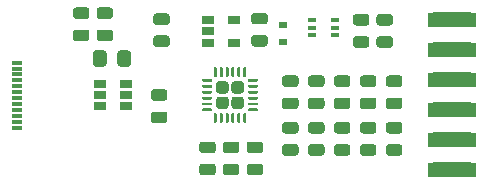
<source format=gbr>
G04 #@! TF.GenerationSoftware,KiCad,Pcbnew,(5.1.6)-1*
G04 #@! TF.CreationDate,2020-07-22T21:17:35-04:00*
G04 #@! TF.ProjectId,eflashy32,65666c61-7368-4793-9332-2e6b69636164,rev?*
G04 #@! TF.SameCoordinates,Original*
G04 #@! TF.FileFunction,Paste,Top*
G04 #@! TF.FilePolarity,Positive*
%FSLAX46Y46*%
G04 Gerber Fmt 4.6, Leading zero omitted, Abs format (unit mm)*
G04 Created by KiCad (PCBNEW (5.1.6)-1) date 2020-07-22 21:17:35*
%MOMM*%
%LPD*%
G01*
G04 APERTURE LIST*
%ADD10C,0.100000*%
%ADD11R,1.060000X0.650000*%
%ADD12R,0.900000X0.300000*%
%ADD13R,4.180000X1.270000*%
%ADD14R,0.700000X0.600000*%
%ADD15R,0.650000X0.400000*%
G04 APERTURE END LIST*
D10*
G36*
X123165000Y-33215000D02*
G01*
X123165000Y-31945000D01*
X126345000Y-31945000D01*
X126345000Y-33215000D01*
X123165000Y-33215000D01*
G37*
G36*
X123165000Y-35755000D02*
G01*
X123165000Y-34485000D01*
X126345000Y-34485000D01*
X126345000Y-35755000D01*
X123165000Y-35755000D01*
G37*
G36*
X123165000Y-38295000D02*
G01*
X123165000Y-37025000D01*
X126345000Y-37025000D01*
X126345000Y-38295000D01*
X123165000Y-38295000D01*
G37*
G36*
X123165000Y-45915000D02*
G01*
X123165000Y-44645000D01*
X126345000Y-44645000D01*
X126345000Y-45915000D01*
X123165000Y-45915000D01*
G37*
G36*
X123165000Y-43375000D02*
G01*
X123165000Y-42105000D01*
X126345000Y-42105000D01*
X126345000Y-43375000D01*
X123165000Y-43375000D01*
G37*
G36*
X123165000Y-40835000D02*
G01*
X123165000Y-39565000D01*
X126345000Y-39565000D01*
X126345000Y-40835000D01*
X123165000Y-40835000D01*
G37*
D11*
X97155000Y-38980000D03*
X97155000Y-38030000D03*
X97155000Y-39930000D03*
X94955000Y-39930000D03*
X94955000Y-38980000D03*
X94955000Y-38030000D03*
D12*
X87915000Y-36230000D03*
X87915000Y-36730000D03*
X87915000Y-37230000D03*
X87915000Y-37730000D03*
X87915000Y-38230000D03*
X87915000Y-38730000D03*
X87915000Y-39230000D03*
X87915000Y-39730000D03*
X87915000Y-40230000D03*
X87915000Y-40730000D03*
X87915000Y-41230000D03*
X87915000Y-41730000D03*
G36*
G01*
X99698750Y-32055000D02*
X100611250Y-32055000D01*
G75*
G02*
X100855000Y-32298750I0J-243750D01*
G01*
X100855000Y-32786250D01*
G75*
G02*
X100611250Y-33030000I-243750J0D01*
G01*
X99698750Y-33030000D01*
G75*
G02*
X99455000Y-32786250I0J243750D01*
G01*
X99455000Y-32298750D01*
G75*
G02*
X99698750Y-32055000I243750J0D01*
G01*
G37*
G36*
G01*
X99698750Y-33930000D02*
X100611250Y-33930000D01*
G75*
G02*
X100855000Y-34173750I0J-243750D01*
G01*
X100855000Y-34661250D01*
G75*
G02*
X100611250Y-34905000I-243750J0D01*
G01*
X99698750Y-34905000D01*
G75*
G02*
X99455000Y-34661250I0J243750D01*
G01*
X99455000Y-34173750D01*
G75*
G02*
X99698750Y-33930000I243750J0D01*
G01*
G37*
D13*
X124755000Y-37660000D03*
X124755000Y-35120000D03*
X124755000Y-32580000D03*
X124755000Y-40200000D03*
X124755000Y-42740000D03*
X124755000Y-45280000D03*
D14*
X110455000Y-33080000D03*
X110455000Y-34480000D03*
G36*
G01*
X93811250Y-32530000D02*
X92898750Y-32530000D01*
G75*
G02*
X92655000Y-32286250I0J243750D01*
G01*
X92655000Y-31798750D01*
G75*
G02*
X92898750Y-31555000I243750J0D01*
G01*
X93811250Y-31555000D01*
G75*
G02*
X94055000Y-31798750I0J-243750D01*
G01*
X94055000Y-32286250D01*
G75*
G02*
X93811250Y-32530000I-243750J0D01*
G01*
G37*
G36*
G01*
X93811250Y-34405000D02*
X92898750Y-34405000D01*
G75*
G02*
X92655000Y-34161250I0J243750D01*
G01*
X92655000Y-33673750D01*
G75*
G02*
X92898750Y-33430000I243750J0D01*
G01*
X93811250Y-33430000D01*
G75*
G02*
X94055000Y-33673750I0J-243750D01*
G01*
X94055000Y-34161250D01*
G75*
G02*
X93811250Y-34405000I-243750J0D01*
G01*
G37*
G36*
G01*
X95811250Y-32530000D02*
X94898750Y-32530000D01*
G75*
G02*
X94655000Y-32286250I0J243750D01*
G01*
X94655000Y-31798750D01*
G75*
G02*
X94898750Y-31555000I243750J0D01*
G01*
X95811250Y-31555000D01*
G75*
G02*
X96055000Y-31798750I0J-243750D01*
G01*
X96055000Y-32286250D01*
G75*
G02*
X95811250Y-32530000I-243750J0D01*
G01*
G37*
G36*
G01*
X95811250Y-34405000D02*
X94898750Y-34405000D01*
G75*
G02*
X94655000Y-34161250I0J243750D01*
G01*
X94655000Y-33673750D01*
G75*
G02*
X94898750Y-33430000I243750J0D01*
G01*
X95811250Y-33430000D01*
G75*
G02*
X96055000Y-33673750I0J-243750D01*
G01*
X96055000Y-34161250D01*
G75*
G02*
X95811250Y-34405000I-243750J0D01*
G01*
G37*
D11*
X106255000Y-32630000D03*
X106255000Y-34530000D03*
X104055000Y-34530000D03*
X104055000Y-33580000D03*
X104055000Y-32630000D03*
D15*
X112905000Y-32630000D03*
X112905000Y-33930000D03*
X114805000Y-33280000D03*
X112905000Y-33280000D03*
X114805000Y-33930000D03*
X114805000Y-32630000D03*
G36*
G01*
X97555000Y-35429999D02*
X97555000Y-36330001D01*
G75*
G02*
X97305001Y-36580000I-249999J0D01*
G01*
X96654999Y-36580000D01*
G75*
G02*
X96405000Y-36330001I0J249999D01*
G01*
X96405000Y-35429999D01*
G75*
G02*
X96654999Y-35180000I249999J0D01*
G01*
X97305001Y-35180000D01*
G75*
G02*
X97555000Y-35429999I0J-249999D01*
G01*
G37*
G36*
G01*
X95505000Y-35429999D02*
X95505000Y-36330001D01*
G75*
G02*
X95255001Y-36580000I-249999J0D01*
G01*
X94604999Y-36580000D01*
G75*
G02*
X94355000Y-36330001I0J249999D01*
G01*
X94355000Y-35429999D01*
G75*
G02*
X94604999Y-35180000I249999J0D01*
G01*
X95255001Y-35180000D01*
G75*
G02*
X95505000Y-35429999I0J-249999D01*
G01*
G37*
G36*
G01*
X103605000Y-37792500D02*
X103605000Y-37667500D01*
G75*
G02*
X103667500Y-37605000I62500J0D01*
G01*
X104367500Y-37605000D01*
G75*
G02*
X104430000Y-37667500I0J-62500D01*
G01*
X104430000Y-37792500D01*
G75*
G02*
X104367500Y-37855000I-62500J0D01*
G01*
X103667500Y-37855000D01*
G75*
G02*
X103605000Y-37792500I0J62500D01*
G01*
G37*
G36*
G01*
X103605000Y-38292500D02*
X103605000Y-38167500D01*
G75*
G02*
X103667500Y-38105000I62500J0D01*
G01*
X104367500Y-38105000D01*
G75*
G02*
X104430000Y-38167500I0J-62500D01*
G01*
X104430000Y-38292500D01*
G75*
G02*
X104367500Y-38355000I-62500J0D01*
G01*
X103667500Y-38355000D01*
G75*
G02*
X103605000Y-38292500I0J62500D01*
G01*
G37*
G36*
G01*
X103605000Y-38792500D02*
X103605000Y-38667500D01*
G75*
G02*
X103667500Y-38605000I62500J0D01*
G01*
X104367500Y-38605000D01*
G75*
G02*
X104430000Y-38667500I0J-62500D01*
G01*
X104430000Y-38792500D01*
G75*
G02*
X104367500Y-38855000I-62500J0D01*
G01*
X103667500Y-38855000D01*
G75*
G02*
X103605000Y-38792500I0J62500D01*
G01*
G37*
G36*
G01*
X103605000Y-39292500D02*
X103605000Y-39167500D01*
G75*
G02*
X103667500Y-39105000I62500J0D01*
G01*
X104367500Y-39105000D01*
G75*
G02*
X104430000Y-39167500I0J-62500D01*
G01*
X104430000Y-39292500D01*
G75*
G02*
X104367500Y-39355000I-62500J0D01*
G01*
X103667500Y-39355000D01*
G75*
G02*
X103605000Y-39292500I0J62500D01*
G01*
G37*
G36*
G01*
X103605000Y-39792500D02*
X103605000Y-39667500D01*
G75*
G02*
X103667500Y-39605000I62500J0D01*
G01*
X104367500Y-39605000D01*
G75*
G02*
X104430000Y-39667500I0J-62500D01*
G01*
X104430000Y-39792500D01*
G75*
G02*
X104367500Y-39855000I-62500J0D01*
G01*
X103667500Y-39855000D01*
G75*
G02*
X103605000Y-39792500I0J62500D01*
G01*
G37*
G36*
G01*
X103605000Y-40292500D02*
X103605000Y-40167500D01*
G75*
G02*
X103667500Y-40105000I62500J0D01*
G01*
X104367500Y-40105000D01*
G75*
G02*
X104430000Y-40167500I0J-62500D01*
G01*
X104430000Y-40292500D01*
G75*
G02*
X104367500Y-40355000I-62500J0D01*
G01*
X103667500Y-40355000D01*
G75*
G02*
X103605000Y-40292500I0J62500D01*
G01*
G37*
G36*
G01*
X104580000Y-41267500D02*
X104580000Y-40567500D01*
G75*
G02*
X104642500Y-40505000I62500J0D01*
G01*
X104767500Y-40505000D01*
G75*
G02*
X104830000Y-40567500I0J-62500D01*
G01*
X104830000Y-41267500D01*
G75*
G02*
X104767500Y-41330000I-62500J0D01*
G01*
X104642500Y-41330000D01*
G75*
G02*
X104580000Y-41267500I0J62500D01*
G01*
G37*
G36*
G01*
X105080000Y-41267500D02*
X105080000Y-40567500D01*
G75*
G02*
X105142500Y-40505000I62500J0D01*
G01*
X105267500Y-40505000D01*
G75*
G02*
X105330000Y-40567500I0J-62500D01*
G01*
X105330000Y-41267500D01*
G75*
G02*
X105267500Y-41330000I-62500J0D01*
G01*
X105142500Y-41330000D01*
G75*
G02*
X105080000Y-41267500I0J62500D01*
G01*
G37*
G36*
G01*
X105580000Y-41267500D02*
X105580000Y-40567500D01*
G75*
G02*
X105642500Y-40505000I62500J0D01*
G01*
X105767500Y-40505000D01*
G75*
G02*
X105830000Y-40567500I0J-62500D01*
G01*
X105830000Y-41267500D01*
G75*
G02*
X105767500Y-41330000I-62500J0D01*
G01*
X105642500Y-41330000D01*
G75*
G02*
X105580000Y-41267500I0J62500D01*
G01*
G37*
G36*
G01*
X106080000Y-41267500D02*
X106080000Y-40567500D01*
G75*
G02*
X106142500Y-40505000I62500J0D01*
G01*
X106267500Y-40505000D01*
G75*
G02*
X106330000Y-40567500I0J-62500D01*
G01*
X106330000Y-41267500D01*
G75*
G02*
X106267500Y-41330000I-62500J0D01*
G01*
X106142500Y-41330000D01*
G75*
G02*
X106080000Y-41267500I0J62500D01*
G01*
G37*
G36*
G01*
X106580000Y-41267500D02*
X106580000Y-40567500D01*
G75*
G02*
X106642500Y-40505000I62500J0D01*
G01*
X106767500Y-40505000D01*
G75*
G02*
X106830000Y-40567500I0J-62500D01*
G01*
X106830000Y-41267500D01*
G75*
G02*
X106767500Y-41330000I-62500J0D01*
G01*
X106642500Y-41330000D01*
G75*
G02*
X106580000Y-41267500I0J62500D01*
G01*
G37*
G36*
G01*
X107080000Y-41267500D02*
X107080000Y-40567500D01*
G75*
G02*
X107142500Y-40505000I62500J0D01*
G01*
X107267500Y-40505000D01*
G75*
G02*
X107330000Y-40567500I0J-62500D01*
G01*
X107330000Y-41267500D01*
G75*
G02*
X107267500Y-41330000I-62500J0D01*
G01*
X107142500Y-41330000D01*
G75*
G02*
X107080000Y-41267500I0J62500D01*
G01*
G37*
G36*
G01*
X107480000Y-40292500D02*
X107480000Y-40167500D01*
G75*
G02*
X107542500Y-40105000I62500J0D01*
G01*
X108242500Y-40105000D01*
G75*
G02*
X108305000Y-40167500I0J-62500D01*
G01*
X108305000Y-40292500D01*
G75*
G02*
X108242500Y-40355000I-62500J0D01*
G01*
X107542500Y-40355000D01*
G75*
G02*
X107480000Y-40292500I0J62500D01*
G01*
G37*
G36*
G01*
X107480000Y-39792500D02*
X107480000Y-39667500D01*
G75*
G02*
X107542500Y-39605000I62500J0D01*
G01*
X108242500Y-39605000D01*
G75*
G02*
X108305000Y-39667500I0J-62500D01*
G01*
X108305000Y-39792500D01*
G75*
G02*
X108242500Y-39855000I-62500J0D01*
G01*
X107542500Y-39855000D01*
G75*
G02*
X107480000Y-39792500I0J62500D01*
G01*
G37*
G36*
G01*
X107480000Y-39292500D02*
X107480000Y-39167500D01*
G75*
G02*
X107542500Y-39105000I62500J0D01*
G01*
X108242500Y-39105000D01*
G75*
G02*
X108305000Y-39167500I0J-62500D01*
G01*
X108305000Y-39292500D01*
G75*
G02*
X108242500Y-39355000I-62500J0D01*
G01*
X107542500Y-39355000D01*
G75*
G02*
X107480000Y-39292500I0J62500D01*
G01*
G37*
G36*
G01*
X107480000Y-38792500D02*
X107480000Y-38667500D01*
G75*
G02*
X107542500Y-38605000I62500J0D01*
G01*
X108242500Y-38605000D01*
G75*
G02*
X108305000Y-38667500I0J-62500D01*
G01*
X108305000Y-38792500D01*
G75*
G02*
X108242500Y-38855000I-62500J0D01*
G01*
X107542500Y-38855000D01*
G75*
G02*
X107480000Y-38792500I0J62500D01*
G01*
G37*
G36*
G01*
X107480000Y-38292500D02*
X107480000Y-38167500D01*
G75*
G02*
X107542500Y-38105000I62500J0D01*
G01*
X108242500Y-38105000D01*
G75*
G02*
X108305000Y-38167500I0J-62500D01*
G01*
X108305000Y-38292500D01*
G75*
G02*
X108242500Y-38355000I-62500J0D01*
G01*
X107542500Y-38355000D01*
G75*
G02*
X107480000Y-38292500I0J62500D01*
G01*
G37*
G36*
G01*
X107480000Y-37792500D02*
X107480000Y-37667500D01*
G75*
G02*
X107542500Y-37605000I62500J0D01*
G01*
X108242500Y-37605000D01*
G75*
G02*
X108305000Y-37667500I0J-62500D01*
G01*
X108305000Y-37792500D01*
G75*
G02*
X108242500Y-37855000I-62500J0D01*
G01*
X107542500Y-37855000D01*
G75*
G02*
X107480000Y-37792500I0J62500D01*
G01*
G37*
G36*
G01*
X107080000Y-37392500D02*
X107080000Y-36692500D01*
G75*
G02*
X107142500Y-36630000I62500J0D01*
G01*
X107267500Y-36630000D01*
G75*
G02*
X107330000Y-36692500I0J-62500D01*
G01*
X107330000Y-37392500D01*
G75*
G02*
X107267500Y-37455000I-62500J0D01*
G01*
X107142500Y-37455000D01*
G75*
G02*
X107080000Y-37392500I0J62500D01*
G01*
G37*
G36*
G01*
X106580000Y-37392500D02*
X106580000Y-36692500D01*
G75*
G02*
X106642500Y-36630000I62500J0D01*
G01*
X106767500Y-36630000D01*
G75*
G02*
X106830000Y-36692500I0J-62500D01*
G01*
X106830000Y-37392500D01*
G75*
G02*
X106767500Y-37455000I-62500J0D01*
G01*
X106642500Y-37455000D01*
G75*
G02*
X106580000Y-37392500I0J62500D01*
G01*
G37*
G36*
G01*
X106080000Y-37392500D02*
X106080000Y-36692500D01*
G75*
G02*
X106142500Y-36630000I62500J0D01*
G01*
X106267500Y-36630000D01*
G75*
G02*
X106330000Y-36692500I0J-62500D01*
G01*
X106330000Y-37392500D01*
G75*
G02*
X106267500Y-37455000I-62500J0D01*
G01*
X106142500Y-37455000D01*
G75*
G02*
X106080000Y-37392500I0J62500D01*
G01*
G37*
G36*
G01*
X105580000Y-37392500D02*
X105580000Y-36692500D01*
G75*
G02*
X105642500Y-36630000I62500J0D01*
G01*
X105767500Y-36630000D01*
G75*
G02*
X105830000Y-36692500I0J-62500D01*
G01*
X105830000Y-37392500D01*
G75*
G02*
X105767500Y-37455000I-62500J0D01*
G01*
X105642500Y-37455000D01*
G75*
G02*
X105580000Y-37392500I0J62500D01*
G01*
G37*
G36*
G01*
X105080000Y-37392500D02*
X105080000Y-36692500D01*
G75*
G02*
X105142500Y-36630000I62500J0D01*
G01*
X105267500Y-36630000D01*
G75*
G02*
X105330000Y-36692500I0J-62500D01*
G01*
X105330000Y-37392500D01*
G75*
G02*
X105267500Y-37455000I-62500J0D01*
G01*
X105142500Y-37455000D01*
G75*
G02*
X105080000Y-37392500I0J62500D01*
G01*
G37*
G36*
G01*
X104580000Y-37392500D02*
X104580000Y-36692500D01*
G75*
G02*
X104642500Y-36630000I62500J0D01*
G01*
X104767500Y-36630000D01*
G75*
G02*
X104830000Y-36692500I0J-62500D01*
G01*
X104830000Y-37392500D01*
G75*
G02*
X104767500Y-37455000I-62500J0D01*
G01*
X104642500Y-37455000D01*
G75*
G02*
X104580000Y-37392500I0J62500D01*
G01*
G37*
G36*
G01*
X104780000Y-38605001D02*
X104780000Y-38054999D01*
G75*
G02*
X105029999Y-37805000I249999J0D01*
G01*
X105580001Y-37805000D01*
G75*
G02*
X105830000Y-38054999I0J-249999D01*
G01*
X105830000Y-38605001D01*
G75*
G02*
X105580001Y-38855000I-249999J0D01*
G01*
X105029999Y-38855000D01*
G75*
G02*
X104780000Y-38605001I0J249999D01*
G01*
G37*
G36*
G01*
X104780000Y-39905001D02*
X104780000Y-39354999D01*
G75*
G02*
X105029999Y-39105000I249999J0D01*
G01*
X105580001Y-39105000D01*
G75*
G02*
X105830000Y-39354999I0J-249999D01*
G01*
X105830000Y-39905001D01*
G75*
G02*
X105580001Y-40155000I-249999J0D01*
G01*
X105029999Y-40155000D01*
G75*
G02*
X104780000Y-39905001I0J249999D01*
G01*
G37*
G36*
G01*
X106080000Y-38605001D02*
X106080000Y-38054999D01*
G75*
G02*
X106329999Y-37805000I249999J0D01*
G01*
X106880001Y-37805000D01*
G75*
G02*
X107130000Y-38054999I0J-249999D01*
G01*
X107130000Y-38605001D01*
G75*
G02*
X106880001Y-38855000I-249999J0D01*
G01*
X106329999Y-38855000D01*
G75*
G02*
X106080000Y-38605001I0J249999D01*
G01*
G37*
G36*
G01*
X106080000Y-39905001D02*
X106080000Y-39354999D01*
G75*
G02*
X106329999Y-39105000I249999J0D01*
G01*
X106880001Y-39105000D01*
G75*
G02*
X107130000Y-39354999I0J-249999D01*
G01*
X107130000Y-39905001D01*
G75*
G02*
X106880001Y-40155000I-249999J0D01*
G01*
X106329999Y-40155000D01*
G75*
G02*
X106080000Y-39905001I0J249999D01*
G01*
G37*
G36*
G01*
X112798750Y-37317500D02*
X113711250Y-37317500D01*
G75*
G02*
X113955000Y-37561250I0J-243750D01*
G01*
X113955000Y-38048750D01*
G75*
G02*
X113711250Y-38292500I-243750J0D01*
G01*
X112798750Y-38292500D01*
G75*
G02*
X112555000Y-38048750I0J243750D01*
G01*
X112555000Y-37561250D01*
G75*
G02*
X112798750Y-37317500I243750J0D01*
G01*
G37*
G36*
G01*
X112798750Y-39192500D02*
X113711250Y-39192500D01*
G75*
G02*
X113955000Y-39436250I0J-243750D01*
G01*
X113955000Y-39923750D01*
G75*
G02*
X113711250Y-40167500I-243750J0D01*
G01*
X112798750Y-40167500D01*
G75*
G02*
X112555000Y-39923750I0J243750D01*
G01*
X112555000Y-39436250D01*
G75*
G02*
X112798750Y-39192500I243750J0D01*
G01*
G37*
G36*
G01*
X110598750Y-39192500D02*
X111511250Y-39192500D01*
G75*
G02*
X111755000Y-39436250I0J-243750D01*
G01*
X111755000Y-39923750D01*
G75*
G02*
X111511250Y-40167500I-243750J0D01*
G01*
X110598750Y-40167500D01*
G75*
G02*
X110355000Y-39923750I0J243750D01*
G01*
X110355000Y-39436250D01*
G75*
G02*
X110598750Y-39192500I243750J0D01*
G01*
G37*
G36*
G01*
X110598750Y-37317500D02*
X111511250Y-37317500D01*
G75*
G02*
X111755000Y-37561250I0J-243750D01*
G01*
X111755000Y-38048750D01*
G75*
G02*
X111511250Y-38292500I-243750J0D01*
G01*
X110598750Y-38292500D01*
G75*
G02*
X110355000Y-38048750I0J243750D01*
G01*
X110355000Y-37561250D01*
G75*
G02*
X110598750Y-37317500I243750J0D01*
G01*
G37*
G36*
G01*
X119398750Y-43130000D02*
X120311250Y-43130000D01*
G75*
G02*
X120555000Y-43373750I0J-243750D01*
G01*
X120555000Y-43861250D01*
G75*
G02*
X120311250Y-44105000I-243750J0D01*
G01*
X119398750Y-44105000D01*
G75*
G02*
X119155000Y-43861250I0J243750D01*
G01*
X119155000Y-43373750D01*
G75*
G02*
X119398750Y-43130000I243750J0D01*
G01*
G37*
G36*
G01*
X119398750Y-41255000D02*
X120311250Y-41255000D01*
G75*
G02*
X120555000Y-41498750I0J-243750D01*
G01*
X120555000Y-41986250D01*
G75*
G02*
X120311250Y-42230000I-243750J0D01*
G01*
X119398750Y-42230000D01*
G75*
G02*
X119155000Y-41986250I0J243750D01*
G01*
X119155000Y-41498750D01*
G75*
G02*
X119398750Y-41255000I243750J0D01*
G01*
G37*
G36*
G01*
X119398750Y-39192500D02*
X120311250Y-39192500D01*
G75*
G02*
X120555000Y-39436250I0J-243750D01*
G01*
X120555000Y-39923750D01*
G75*
G02*
X120311250Y-40167500I-243750J0D01*
G01*
X119398750Y-40167500D01*
G75*
G02*
X119155000Y-39923750I0J243750D01*
G01*
X119155000Y-39436250D01*
G75*
G02*
X119398750Y-39192500I243750J0D01*
G01*
G37*
G36*
G01*
X119398750Y-37317500D02*
X120311250Y-37317500D01*
G75*
G02*
X120555000Y-37561250I0J-243750D01*
G01*
X120555000Y-38048750D01*
G75*
G02*
X120311250Y-38292500I-243750J0D01*
G01*
X119398750Y-38292500D01*
G75*
G02*
X119155000Y-38048750I0J243750D01*
G01*
X119155000Y-37561250D01*
G75*
G02*
X119398750Y-37317500I243750J0D01*
G01*
G37*
G36*
G01*
X117511250Y-33092500D02*
X116598750Y-33092500D01*
G75*
G02*
X116355000Y-32848750I0J243750D01*
G01*
X116355000Y-32361250D01*
G75*
G02*
X116598750Y-32117500I243750J0D01*
G01*
X117511250Y-32117500D01*
G75*
G02*
X117755000Y-32361250I0J-243750D01*
G01*
X117755000Y-32848750D01*
G75*
G02*
X117511250Y-33092500I-243750J0D01*
G01*
G37*
G36*
G01*
X117511250Y-34967500D02*
X116598750Y-34967500D01*
G75*
G02*
X116355000Y-34723750I0J243750D01*
G01*
X116355000Y-34236250D01*
G75*
G02*
X116598750Y-33992500I243750J0D01*
G01*
X117511250Y-33992500D01*
G75*
G02*
X117755000Y-34236250I0J-243750D01*
G01*
X117755000Y-34723750D01*
G75*
G02*
X117511250Y-34967500I-243750J0D01*
G01*
G37*
G36*
G01*
X118598750Y-33992500D02*
X119511250Y-33992500D01*
G75*
G02*
X119755000Y-34236250I0J-243750D01*
G01*
X119755000Y-34723750D01*
G75*
G02*
X119511250Y-34967500I-243750J0D01*
G01*
X118598750Y-34967500D01*
G75*
G02*
X118355000Y-34723750I0J243750D01*
G01*
X118355000Y-34236250D01*
G75*
G02*
X118598750Y-33992500I243750J0D01*
G01*
G37*
G36*
G01*
X118598750Y-32117500D02*
X119511250Y-32117500D01*
G75*
G02*
X119755000Y-32361250I0J-243750D01*
G01*
X119755000Y-32848750D01*
G75*
G02*
X119511250Y-33092500I-243750J0D01*
G01*
X118598750Y-33092500D01*
G75*
G02*
X118355000Y-32848750I0J243750D01*
G01*
X118355000Y-32361250D01*
G75*
G02*
X118598750Y-32117500I243750J0D01*
G01*
G37*
G36*
G01*
X108511250Y-43892500D02*
X107598750Y-43892500D01*
G75*
G02*
X107355000Y-43648750I0J243750D01*
G01*
X107355000Y-43161250D01*
G75*
G02*
X107598750Y-42917500I243750J0D01*
G01*
X108511250Y-42917500D01*
G75*
G02*
X108755000Y-43161250I0J-243750D01*
G01*
X108755000Y-43648750D01*
G75*
G02*
X108511250Y-43892500I-243750J0D01*
G01*
G37*
G36*
G01*
X108511250Y-45767500D02*
X107598750Y-45767500D01*
G75*
G02*
X107355000Y-45523750I0J243750D01*
G01*
X107355000Y-45036250D01*
G75*
G02*
X107598750Y-44792500I243750J0D01*
G01*
X108511250Y-44792500D01*
G75*
G02*
X108755000Y-45036250I0J-243750D01*
G01*
X108755000Y-45523750D01*
G75*
G02*
X108511250Y-45767500I-243750J0D01*
G01*
G37*
G36*
G01*
X113711250Y-42230000D02*
X112798750Y-42230000D01*
G75*
G02*
X112555000Y-41986250I0J243750D01*
G01*
X112555000Y-41498750D01*
G75*
G02*
X112798750Y-41255000I243750J0D01*
G01*
X113711250Y-41255000D01*
G75*
G02*
X113955000Y-41498750I0J-243750D01*
G01*
X113955000Y-41986250D01*
G75*
G02*
X113711250Y-42230000I-243750J0D01*
G01*
G37*
G36*
G01*
X113711250Y-44105000D02*
X112798750Y-44105000D01*
G75*
G02*
X112555000Y-43861250I0J243750D01*
G01*
X112555000Y-43373750D01*
G75*
G02*
X112798750Y-43130000I243750J0D01*
G01*
X113711250Y-43130000D01*
G75*
G02*
X113955000Y-43373750I0J-243750D01*
G01*
X113955000Y-43861250D01*
G75*
G02*
X113711250Y-44105000I-243750J0D01*
G01*
G37*
G36*
G01*
X111511250Y-42230000D02*
X110598750Y-42230000D01*
G75*
G02*
X110355000Y-41986250I0J243750D01*
G01*
X110355000Y-41498750D01*
G75*
G02*
X110598750Y-41255000I243750J0D01*
G01*
X111511250Y-41255000D01*
G75*
G02*
X111755000Y-41498750I0J-243750D01*
G01*
X111755000Y-41986250D01*
G75*
G02*
X111511250Y-42230000I-243750J0D01*
G01*
G37*
G36*
G01*
X111511250Y-44105000D02*
X110598750Y-44105000D01*
G75*
G02*
X110355000Y-43861250I0J243750D01*
G01*
X110355000Y-43373750D01*
G75*
G02*
X110598750Y-43130000I243750J0D01*
G01*
X111511250Y-43130000D01*
G75*
G02*
X111755000Y-43373750I0J-243750D01*
G01*
X111755000Y-43861250D01*
G75*
G02*
X111511250Y-44105000I-243750J0D01*
G01*
G37*
G36*
G01*
X105598750Y-44792500D02*
X106511250Y-44792500D01*
G75*
G02*
X106755000Y-45036250I0J-243750D01*
G01*
X106755000Y-45523750D01*
G75*
G02*
X106511250Y-45767500I-243750J0D01*
G01*
X105598750Y-45767500D01*
G75*
G02*
X105355000Y-45523750I0J243750D01*
G01*
X105355000Y-45036250D01*
G75*
G02*
X105598750Y-44792500I243750J0D01*
G01*
G37*
G36*
G01*
X105598750Y-42917500D02*
X106511250Y-42917500D01*
G75*
G02*
X106755000Y-43161250I0J-243750D01*
G01*
X106755000Y-43648750D01*
G75*
G02*
X106511250Y-43892500I-243750J0D01*
G01*
X105598750Y-43892500D01*
G75*
G02*
X105355000Y-43648750I0J243750D01*
G01*
X105355000Y-43161250D01*
G75*
G02*
X105598750Y-42917500I243750J0D01*
G01*
G37*
G36*
G01*
X103598750Y-44792500D02*
X104511250Y-44792500D01*
G75*
G02*
X104755000Y-45036250I0J-243750D01*
G01*
X104755000Y-45523750D01*
G75*
G02*
X104511250Y-45767500I-243750J0D01*
G01*
X103598750Y-45767500D01*
G75*
G02*
X103355000Y-45523750I0J243750D01*
G01*
X103355000Y-45036250D01*
G75*
G02*
X103598750Y-44792500I243750J0D01*
G01*
G37*
G36*
G01*
X103598750Y-42917500D02*
X104511250Y-42917500D01*
G75*
G02*
X104755000Y-43161250I0J-243750D01*
G01*
X104755000Y-43648750D01*
G75*
G02*
X104511250Y-43892500I-243750J0D01*
G01*
X103598750Y-43892500D01*
G75*
G02*
X103355000Y-43648750I0J243750D01*
G01*
X103355000Y-43161250D01*
G75*
G02*
X103598750Y-42917500I243750J0D01*
G01*
G37*
G36*
G01*
X99498750Y-38492500D02*
X100411250Y-38492500D01*
G75*
G02*
X100655000Y-38736250I0J-243750D01*
G01*
X100655000Y-39223750D01*
G75*
G02*
X100411250Y-39467500I-243750J0D01*
G01*
X99498750Y-39467500D01*
G75*
G02*
X99255000Y-39223750I0J243750D01*
G01*
X99255000Y-38736250D01*
G75*
G02*
X99498750Y-38492500I243750J0D01*
G01*
G37*
G36*
G01*
X99498750Y-40367500D02*
X100411250Y-40367500D01*
G75*
G02*
X100655000Y-40611250I0J-243750D01*
G01*
X100655000Y-41098750D01*
G75*
G02*
X100411250Y-41342500I-243750J0D01*
G01*
X99498750Y-41342500D01*
G75*
G02*
X99255000Y-41098750I0J243750D01*
G01*
X99255000Y-40611250D01*
G75*
G02*
X99498750Y-40367500I243750J0D01*
G01*
G37*
G36*
G01*
X117198750Y-39192500D02*
X118111250Y-39192500D01*
G75*
G02*
X118355000Y-39436250I0J-243750D01*
G01*
X118355000Y-39923750D01*
G75*
G02*
X118111250Y-40167500I-243750J0D01*
G01*
X117198750Y-40167500D01*
G75*
G02*
X116955000Y-39923750I0J243750D01*
G01*
X116955000Y-39436250D01*
G75*
G02*
X117198750Y-39192500I243750J0D01*
G01*
G37*
G36*
G01*
X117198750Y-37317500D02*
X118111250Y-37317500D01*
G75*
G02*
X118355000Y-37561250I0J-243750D01*
G01*
X118355000Y-38048750D01*
G75*
G02*
X118111250Y-38292500I-243750J0D01*
G01*
X117198750Y-38292500D01*
G75*
G02*
X116955000Y-38048750I0J243750D01*
G01*
X116955000Y-37561250D01*
G75*
G02*
X117198750Y-37317500I243750J0D01*
G01*
G37*
G36*
G01*
X114998750Y-39192500D02*
X115911250Y-39192500D01*
G75*
G02*
X116155000Y-39436250I0J-243750D01*
G01*
X116155000Y-39923750D01*
G75*
G02*
X115911250Y-40167500I-243750J0D01*
G01*
X114998750Y-40167500D01*
G75*
G02*
X114755000Y-39923750I0J243750D01*
G01*
X114755000Y-39436250D01*
G75*
G02*
X114998750Y-39192500I243750J0D01*
G01*
G37*
G36*
G01*
X114998750Y-37317500D02*
X115911250Y-37317500D01*
G75*
G02*
X116155000Y-37561250I0J-243750D01*
G01*
X116155000Y-38048750D01*
G75*
G02*
X115911250Y-38292500I-243750J0D01*
G01*
X114998750Y-38292500D01*
G75*
G02*
X114755000Y-38048750I0J243750D01*
G01*
X114755000Y-37561250D01*
G75*
G02*
X114998750Y-37317500I243750J0D01*
G01*
G37*
G36*
G01*
X107998750Y-32017500D02*
X108911250Y-32017500D01*
G75*
G02*
X109155000Y-32261250I0J-243750D01*
G01*
X109155000Y-32748750D01*
G75*
G02*
X108911250Y-32992500I-243750J0D01*
G01*
X107998750Y-32992500D01*
G75*
G02*
X107755000Y-32748750I0J243750D01*
G01*
X107755000Y-32261250D01*
G75*
G02*
X107998750Y-32017500I243750J0D01*
G01*
G37*
G36*
G01*
X107998750Y-33892500D02*
X108911250Y-33892500D01*
G75*
G02*
X109155000Y-34136250I0J-243750D01*
G01*
X109155000Y-34623750D01*
G75*
G02*
X108911250Y-34867500I-243750J0D01*
G01*
X107998750Y-34867500D01*
G75*
G02*
X107755000Y-34623750I0J243750D01*
G01*
X107755000Y-34136250D01*
G75*
G02*
X107998750Y-33892500I243750J0D01*
G01*
G37*
G36*
G01*
X118111250Y-42230000D02*
X117198750Y-42230000D01*
G75*
G02*
X116955000Y-41986250I0J243750D01*
G01*
X116955000Y-41498750D01*
G75*
G02*
X117198750Y-41255000I243750J0D01*
G01*
X118111250Y-41255000D01*
G75*
G02*
X118355000Y-41498750I0J-243750D01*
G01*
X118355000Y-41986250D01*
G75*
G02*
X118111250Y-42230000I-243750J0D01*
G01*
G37*
G36*
G01*
X118111250Y-44105000D02*
X117198750Y-44105000D01*
G75*
G02*
X116955000Y-43861250I0J243750D01*
G01*
X116955000Y-43373750D01*
G75*
G02*
X117198750Y-43130000I243750J0D01*
G01*
X118111250Y-43130000D01*
G75*
G02*
X118355000Y-43373750I0J-243750D01*
G01*
X118355000Y-43861250D01*
G75*
G02*
X118111250Y-44105000I-243750J0D01*
G01*
G37*
G36*
G01*
X115911250Y-42230000D02*
X114998750Y-42230000D01*
G75*
G02*
X114755000Y-41986250I0J243750D01*
G01*
X114755000Y-41498750D01*
G75*
G02*
X114998750Y-41255000I243750J0D01*
G01*
X115911250Y-41255000D01*
G75*
G02*
X116155000Y-41498750I0J-243750D01*
G01*
X116155000Y-41986250D01*
G75*
G02*
X115911250Y-42230000I-243750J0D01*
G01*
G37*
G36*
G01*
X115911250Y-44105000D02*
X114998750Y-44105000D01*
G75*
G02*
X114755000Y-43861250I0J243750D01*
G01*
X114755000Y-43373750D01*
G75*
G02*
X114998750Y-43130000I243750J0D01*
G01*
X115911250Y-43130000D01*
G75*
G02*
X116155000Y-43373750I0J-243750D01*
G01*
X116155000Y-43861250D01*
G75*
G02*
X115911250Y-44105000I-243750J0D01*
G01*
G37*
M02*

</source>
